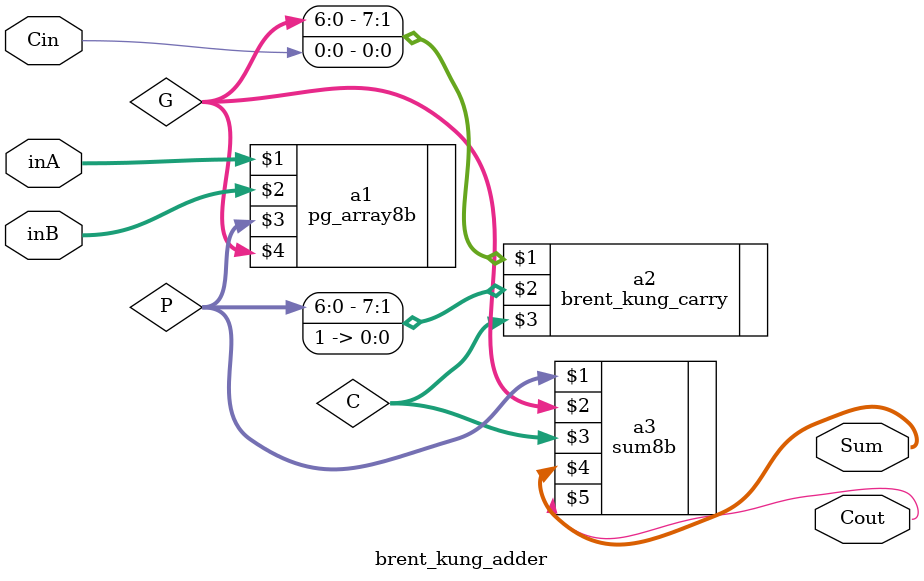
<source format=v>
module brent_kung_adder(inA, inB, Cin, Sum, Cout
	);

	// Assign ports as in/out
	input [7:0] inA, inB;
	input Cin;
	output [7:0] Sum;
	output Cout;

	// Logic Connections
	wire [7:0] P, G, C;

	pg_array8b a1(inA, inB, P, G);
	brent_kung_carry a2({G[6:0], Cin}, {P[6:0], 1'b1}, C);

	sum8b a3(P, G, C, Sum, Cout);

endmodule

</source>
